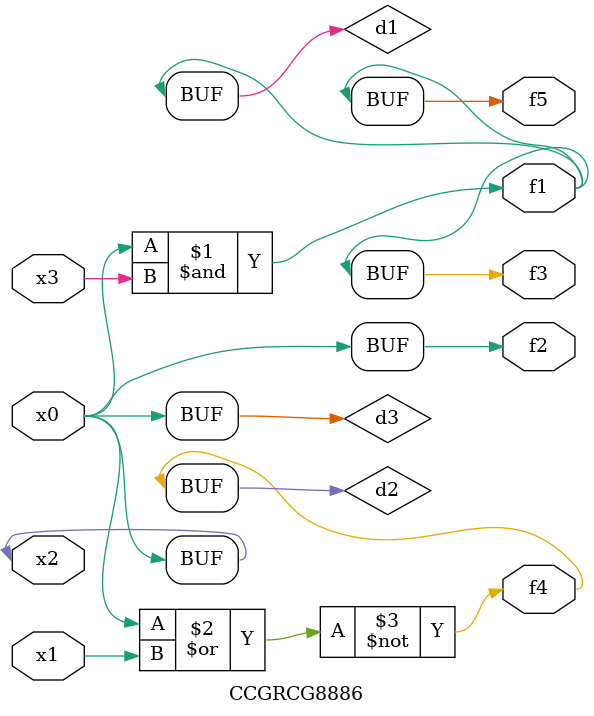
<source format=v>
module CCGRCG8886(
	input x0, x1, x2, x3,
	output f1, f2, f3, f4, f5
);

	wire d1, d2, d3;

	and (d1, x2, x3);
	nor (d2, x0, x1);
	buf (d3, x0, x2);
	assign f1 = d1;
	assign f2 = d3;
	assign f3 = d1;
	assign f4 = d2;
	assign f5 = d1;
endmodule

</source>
